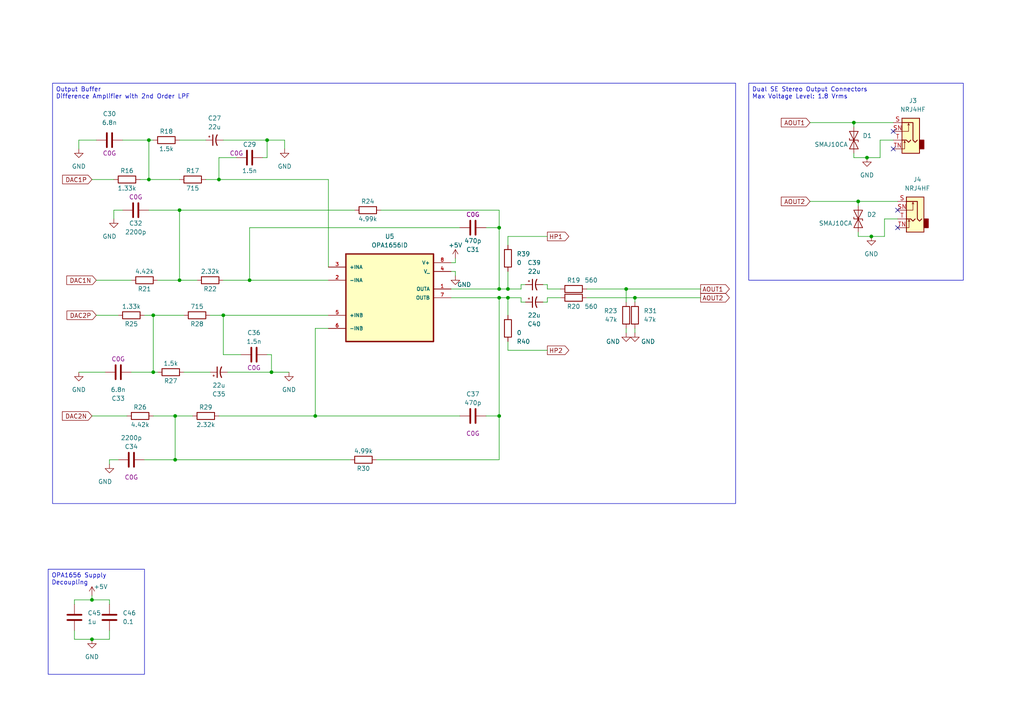
<source format=kicad_sch>
(kicad_sch (version 20230121) (generator eeschema)
  (paper "A4")
  (title_block (title "The Raspberry Jam") (date "2024-02-05") (rev "REV A0") (company "Engineer: Jed Scott"))
  (lib_symbols
    (symbol "Connector_Audio:NRJ4HF"
      (property "Reference" "J" (at 0 11.43 0))
      (property "Value" "NRJ4HF" (at 0 8.89 0))
      (symbol "NRJ4HF_0_1"
        (rectangle (start -2.54 0) (end -3.81 -2.54) (stroke (width 0.254)) (fill (type outline)))
        (rectangle (start 2.54 6.35) (end -2.54 -3.81) (stroke (width 0.254)) (fill (type background)))
      )
      (symbol "NRJ4HF_1_1"
        (polyline (pts (xy 0.635 4.826) (xy 0.889 4.318)))
        (polyline (pts (xy 1.778 -0.254) (xy 2.032 -0.762)))
        (polyline (pts (xy 0 0) (xy 0.635 -0.635) (xy 1.27 0) (xy 2.54 0)) (stroke (width 0.254)))
        (polyline (pts (xy 2.54 -2.54) (xy 1.778 -2.54) (xy 1.778 -0.254) (xy 1.524 -0.762)))
        (polyline (pts (xy 2.54 2.54) (xy 0.635 2.54) (xy 0.635 4.826) (xy 0.381 4.318)))
        (polyline (pts (xy 2.54 5.08) (xy -0.635 5.08) (xy -0.635 0) (xy -1.27 -0.635) (xy -1.905 0)) (stroke (width 0.254)))
        (pin passive line (at 5.08 5.08 180) (length 2.54) (name "~") (number "S"))
        (pin passive line (at 5.08 2.54 180) (length 2.54) (name "~") (number "SN"))
        (pin passive line (at 5.08 0 180) (length 2.54) (name "~") (number "T"))
        (pin passive line (at 5.08 -2.54 180) (length 2.54) (name "~") (number "TN"))
      )
    )
    (symbol "Device:C" (pin_numbers hide) (pin_names (offset 0.254))
      (property "Reference" "C" (at 0.635 2.54 0))
      (property "Value" "C" (at 0.635 -2.54 0))
      (symbol "C_0_1"
        (polyline (pts (xy -2.032 -0.762) (xy 2.032 -0.762)) (stroke (width 0.508)))
        (polyline (pts (xy -2.032 0.762) (xy 2.032 0.762)) (stroke (width 0.508)))
      )
      (symbol "C_1_1"
        (pin passive line (at 0 3.81 270) (length 2.794) (name "~") (number "1"))
        (pin passive line (at 0 -3.81 90) (length 2.794) (name "~") (number "2"))
      )
    )
    (symbol "Device:C_Polarized_Small_US" (pin_numbers hide) (pin_names (offset 0.254) hide)
      (property "Reference" "C" (at 0.254 1.778 0))
      (property "Value" "C_Polarized_Small_US" (at 0.254 -2.032 0))
      (symbol "C_Polarized_Small_US_0_1"
        (polyline (pts (xy -1.524 0.508) (xy 1.524 0.508)) (stroke (width 0.3048)))
        (polyline (pts (xy -1.27 1.524) (xy -0.762 1.524)))
        (polyline (pts (xy -1.016 1.27) (xy -1.016 1.778)))
        (arc (start 1.524 -0.762) (mid 0 -0.3734) (end -1.524 -0.762) (stroke (width 0.3048)))
      )
      (symbol "C_Polarized_Small_US_1_1"
        (pin passive line (at 0 2.54 270) (length 2.032) (name "~") (number "1"))
        (pin passive line (at 0 -2.54 90) (length 2.032) (name "~") (number "2"))
      )
    )
    (symbol "Device:R" (pin_numbers hide) (pin_names (offset 0))
      (property "Reference" "R" (at 2.032 0 90))
      (property "Value" "R" (at 0 0 90))
      (symbol "R_0_1"
        (rectangle (start -1.016 -2.54) (end 1.016 2.54) (stroke (width 0.254)))
      )
      (symbol "R_1_1"
        (pin passive line (at 0 3.81 270) (length 1.27) (name "~") (number "1"))
        (pin passive line (at 0 -3.81 90) (length 1.27) (name "~") (number "2"))
      )
    )
    (symbol "Diode:SMAJ10CA" (pin_numbers hide) (pin_names (offset 1.016) hide)
      (property "Reference" "D" (at 0 2.54 0))
      (property "Value" "SMAJ10CA" (at 0 -2.54 0))
      (symbol "SMAJ10CA_0_1"
        (polyline (pts (xy 1.27 0) (xy -1.27 0)))
        (polyline (pts (xy -2.54 -1.27) (xy 0 0) (xy -2.54 1.27) (xy -2.54 -1.27)) (stroke (width 0.2032)))
        (polyline (pts (xy 0.508 1.27) (xy 0 1.27) (xy 0 -1.27) (xy -0.508 -1.27)) (stroke (width 0.2032)))
        (polyline (pts (xy 2.54 1.27) (xy 2.54 -1.27) (xy 0 0) (xy 2.54 1.27)) (stroke (width 0.2032)))
      )
      (symbol "SMAJ10CA_1_1"
        (pin passive line (at -3.81 0 0) (length 2.54) (name "A1") (number "1"))
        (pin passive line (at 3.81 0 180) (length 2.54) (name "A2") (number "2"))
      )
    )
    (symbol "OPA1656ID:OPA1656ID" (pin_names (offset 1.016))
      (property "Reference" "U" (at -12.7 13.7 0))
      (property "Value" "OPA1656ID" (at -12.7 -16.7 0))
      (symbol "OPA1656ID_0_0"
        (rectangle (start -12.7 -12.7) (end 12.7 12.7) (stroke (width 0.41)) (fill (type background)))
        (pin output line (at 17.78 2.54 180) (length 5.08) (name "OUTA") (number "1"))
        (pin input line (at -17.78 5.08 0) (length 5.08) (name "-INA") (number "2"))
        (pin power_in line (at 17.78 7.62 180) (length 5.08) (name "V_") (number "4"))
        (pin input line (at -17.78 -8.89 0) (length 5.08) (name "-INB") (number "6"))
        (pin output line (at 17.78 0 180) (length 5.08) (name "OUTB") (number "7"))
        (pin power_in line (at 17.78 10.16 180) (length 5.08) (name "V+") (number "8"))
      )
      (symbol "OPA1656ID_1_0"
        (pin input line (at -17.78 8.89 0) (length 5.08) (name "+INA") (number "3"))
        (pin input line (at -17.78 -5.08 0) (length 5.08) (name "+INB") (number "5"))
      )
    )
    (symbol "power:+5V" (power) (pin_names (offset 0))
      (property "Value" "+5V" (at 0 3.556 0))
      (symbol "+5V_0_1"
        (polyline (pts (xy -0.762 1.27) (xy 0 2.54)))
        (polyline (pts (xy 0 0) (xy 0 2.54)))
        (polyline (pts (xy 0 2.54) (xy 0.762 1.27)))
      )
      (symbol "+5V_1_1"
        (pin power_in line (at 0 0 90) (length 0) hide (name "+5V") (number "1"))
      )
    )
    (symbol "power:GND" (power) (pin_names (offset 0))
      (property "Value" "GND" (at 0 -3.81 0))
      (symbol "GND_0_1"
        (polyline (pts (xy 0 0) (xy 0 -1.27) (xy 1.27 -1.27) (xy 0 -2.54) (xy -1.27 -1.27) (xy 0 -1.27)))
      )
      (symbol "GND_1_1"
        (pin power_in line (at 0 0 270) (length 0) hide (name "GND") (number "1"))
      )
    )
  )
  (junction (at 77.47 40.64))
  (junction (at 184.15 86.36))
  (junction (at 64.77 91.44))
  (junction (at 63.5 52.07))
  (junction (at 91.44 120.65))
  (junction (at 144.78 83.82))
  (junction (at 50.8 120.65))
  (junction (at 72.39 81.28))
  (junction (at 144.78 66.04))
  (junction (at 147.32 83.82))
  (junction (at 248.92 58.42))
  (junction (at 252.73 68.58))
  (junction (at 147.32 86.36))
  (junction (at 78.74 107.95))
  (junction (at 144.78 86.36))
  (junction (at 144.78 120.65))
  (junction (at 247.65 35.56))
  (junction (at 52.07 81.28))
  (junction (at 251.46 45.72))
  (junction (at 50.8 133.35))
  (junction (at 52.07 60.96))
  (junction (at 44.45 91.44))
  (junction (at 181.61 83.82))
  (junction (at 26.67 185.42))
  (junction (at 43.18 52.07))
  (junction (at 26.67 173.99))
  (junction (at 44.45 107.95))
  (junction (at 43.18 40.64))
  (no_connect (at 259.08 43.18))
  (no_connect (at 259.08 38.1))
  (no_connect (at 260.35 60.96))
  (no_connect (at 260.35 66.04))
  (wire (pts (xy 151.13 86.36) (xy 151.13 87.63)))
  (wire (pts (xy 31.75 133.35) (xy 34.29 133.35)))
  (wire (pts (xy 181.61 83.82) (xy 181.61 87.63)))
  (wire (pts (xy 144.78 133.35) (xy 109.22 133.35)))
  (wire (pts (xy 248.92 58.42) (xy 248.92 59.69)))
  (wire (pts (xy 184.15 86.36) (xy 184.15 87.63)))
  (wire (pts (xy 151.13 83.82) (xy 151.13 82.55)))
  (wire (pts (xy 247.65 35.56) (xy 247.65 36.83)))
  (wire (pts (xy 27.94 40.64) (xy 22.86 40.64)))
  (wire (pts (xy 91.44 120.65) (xy 133.35 120.65)))
  (wire (pts (xy 252.73 68.58) (xy 248.92 68.58)))
  (wire (pts (xy 50.8 120.65) (xy 55.88 120.65)))
  (wire (pts (xy 26.67 185.42) (xy 31.75 185.42)))
  (wire (pts (xy 147.32 78.74) (xy 147.32 83.82)))
  (wire (pts (xy 41.91 91.44) (xy 44.45 91.44)))
  (wire (pts (xy 31.75 173.99) (xy 31.75 175.26)))
  (wire (pts (xy 91.44 95.25) (xy 91.44 120.65)))
  (wire (pts (xy 64.77 102.87) (xy 64.77 91.44)))
  (wire (pts (xy 43.18 60.96) (xy 52.07 60.96)))
  (wire (pts (xy 82.55 40.64) (xy 82.55 43.18)))
  (wire (pts (xy 77.47 40.64) (xy 64.77 40.64)))
  (wire (pts (xy 251.46 45.72) (xy 247.65 45.72)))
  (wire (pts (xy 78.74 107.95) (xy 66.04 107.95)))
  (wire (pts (xy 63.5 45.72) (xy 68.58 45.72)))
  (wire (pts (xy 21.59 182.88) (xy 21.59 185.42)))
  (wire (pts (xy 234.95 58.42) (xy 248.92 58.42)))
  (wire (pts (xy 181.61 83.82) (xy 203.2 83.82)))
  (wire (pts (xy 158.75 87.63) (xy 158.75 86.36)))
  (wire (pts (xy 259.08 35.56) (xy 247.65 35.56)))
  (wire (pts (xy 77.47 40.64) (xy 82.55 40.64)))
  (wire (pts (xy 256.54 63.5) (xy 256.54 68.58)))
  (wire (pts (xy 35.56 40.64) (xy 43.18 40.64)))
  (wire (pts (xy 44.45 107.95) (xy 45.72 107.95)))
  (wire (pts (xy 33.02 60.96) (xy 35.56 60.96)))
  (wire (pts (xy 78.74 107.95) (xy 83.82 107.95)))
  (wire (pts (xy 144.78 60.96) (xy 110.49 60.96)))
  (wire (pts (xy 158.75 82.55) (xy 158.75 83.82)))
  (wire (pts (xy 256.54 68.58) (xy 252.73 68.58)))
  (wire (pts (xy 44.45 107.95) (xy 44.45 91.44)))
  (wire (pts (xy 260.35 63.5) (xy 256.54 63.5)))
  (wire (pts (xy 26.67 173.99) (xy 31.75 173.99)))
  (wire (pts (xy 43.18 52.07) (xy 52.07 52.07)))
  (wire (pts (xy 40.64 52.07) (xy 43.18 52.07)))
  (wire (pts (xy 21.59 173.99) (xy 26.67 173.99)))
  (wire (pts (xy 95.25 52.07) (xy 95.25 77.47)))
  (wire (pts (xy 144.78 60.96) (xy 144.78 66.04)))
  (wire (pts (xy 72.39 66.04) (xy 133.35 66.04)))
  (wire (pts (xy 50.8 133.35) (xy 50.8 120.65)))
  (wire (pts (xy 38.1 107.95) (xy 44.45 107.95)))
  (wire (pts (xy 21.59 173.99) (xy 21.59 175.26)))
  (wire (pts (xy 22.86 40.64) (xy 22.86 43.18)))
  (wire (pts (xy 151.13 87.63) (xy 152.4 87.63)))
  (wire (pts (xy 130.81 86.36) (xy 144.78 86.36)))
  (wire (pts (xy 91.44 95.25) (xy 95.25 95.25)))
  (wire (pts (xy 130.81 78.74) (xy 132.08 78.74)))
  (wire (pts (xy 144.78 120.65) (xy 144.78 133.35)))
  (wire (pts (xy 170.18 83.82) (xy 181.61 83.82)))
  (wire (pts (xy 78.74 102.87) (xy 77.47 102.87)))
  (wire (pts (xy 255.27 45.72) (xy 251.46 45.72)))
  (wire (pts (xy 43.18 40.64) (xy 43.18 52.07)))
  (wire (pts (xy 147.32 68.58) (xy 158.75 68.58)))
  (wire (pts (xy 248.92 68.58) (xy 248.92 67.31)))
  (wire (pts (xy 27.94 81.28) (xy 38.1 81.28)))
  (wire (pts (xy 234.95 35.56) (xy 247.65 35.56)))
  (wire (pts (xy 50.8 133.35) (xy 101.6 133.35)))
  (wire (pts (xy 144.78 86.36) (xy 144.78 120.65)))
  (wire (pts (xy 181.61 95.25) (xy 181.61 96.52)))
  (wire (pts (xy 45.72 81.28) (xy 52.07 81.28)))
  (wire (pts (xy 26.67 172.72) (xy 26.67 173.99)))
  (wire (pts (xy 144.78 66.04) (xy 144.78 83.82)))
  (wire (pts (xy 158.75 86.36) (xy 162.56 86.36)))
  (wire (pts (xy 157.48 82.55) (xy 158.75 82.55)))
  (wire (pts (xy 259.08 40.64) (xy 255.27 40.64)))
  (wire (pts (xy 33.02 60.96) (xy 33.02 63.5)))
  (wire (pts (xy 147.32 86.36) (xy 151.13 86.36)))
  (wire (pts (xy 147.32 101.6) (xy 158.75 101.6)))
  (wire (pts (xy 63.5 120.65) (xy 91.44 120.65)))
  (wire (pts (xy 184.15 95.25) (xy 184.15 96.52)))
  (wire (pts (xy 63.5 45.72) (xy 63.5 52.07)))
  (wire (pts (xy 52.07 60.96) (xy 102.87 60.96)))
  (wire (pts (xy 147.32 83.82) (xy 151.13 83.82)))
  (wire (pts (xy 72.39 66.04) (xy 72.39 81.28)))
  (wire (pts (xy 72.39 81.28) (xy 95.25 81.28)))
  (wire (pts (xy 31.75 185.42) (xy 31.75 182.88)))
  (wire (pts (xy 52.07 60.96) (xy 52.07 81.28)))
  (wire (pts (xy 59.69 52.07) (xy 63.5 52.07)))
  (wire (pts (xy 31.75 133.35) (xy 31.75 134.62)))
  (wire (pts (xy 140.97 66.04) (xy 144.78 66.04)))
  (wire (pts (xy 41.91 133.35) (xy 50.8 133.35)))
  (wire (pts (xy 255.27 40.64) (xy 255.27 45.72)))
  (wire (pts (xy 27.94 91.44) (xy 34.29 91.44)))
  (wire (pts (xy 78.74 107.95) (xy 78.74 102.87)))
  (wire (pts (xy 170.18 86.36) (xy 184.15 86.36)))
  (wire (pts (xy 144.78 83.82) (xy 147.32 83.82)))
  (wire (pts (xy 44.45 120.65) (xy 50.8 120.65)))
  (wire (pts (xy 60.96 91.44) (xy 64.77 91.44)))
  (wire (pts (xy 132.08 78.74) (xy 132.08 80.01)))
  (wire (pts (xy 26.67 52.07) (xy 33.02 52.07)))
  (wire (pts (xy 52.07 40.64) (xy 59.69 40.64)))
  (wire (pts (xy 64.77 102.87) (xy 69.85 102.87)))
  (wire (pts (xy 130.81 83.82) (xy 144.78 83.82)))
  (wire (pts (xy 151.13 82.55) (xy 152.4 82.55)))
  (wire (pts (xy 52.07 81.28) (xy 57.15 81.28)))
  (wire (pts (xy 184.15 86.36) (xy 203.2 86.36)))
  (wire (pts (xy 140.97 120.65) (xy 144.78 120.65)))
  (wire (pts (xy 77.47 45.72) (xy 76.2 45.72)))
  (wire (pts (xy 22.86 107.95) (xy 30.48 107.95)))
  (wire (pts (xy 77.47 40.64) (xy 77.47 45.72)))
  (wire (pts (xy 64.77 81.28) (xy 72.39 81.28)))
  (wire (pts (xy 158.75 83.82) (xy 162.56 83.82)))
  (wire (pts (xy 144.78 86.36) (xy 147.32 86.36)))
  (wire (pts (xy 43.18 40.64) (xy 44.45 40.64)))
  (wire (pts (xy 147.32 99.06) (xy 147.32 101.6)))
  (wire (pts (xy 64.77 91.44) (xy 95.25 91.44)))
  (wire (pts (xy 157.48 87.63) (xy 158.75 87.63)))
  (wire (pts (xy 44.45 91.44) (xy 53.34 91.44)))
  (wire (pts (xy 63.5 52.07) (xy 95.25 52.07)))
  (wire (pts (xy 26.67 120.65) (xy 36.83 120.65)))
  (wire (pts (xy 147.32 71.12) (xy 147.32 68.58)))
  (wire (pts (xy 260.35 58.42) (xy 248.92 58.42)))
  (wire (pts (xy 132.08 76.2) (xy 130.81 76.2)))
  (wire (pts (xy 53.34 107.95) (xy 60.96 107.95)))
  (wire (pts (xy 147.32 86.36) (xy 147.32 91.44)))
  (wire (pts (xy 247.65 45.72) (xy 247.65 44.45)))
  (wire (pts (xy 21.59 185.42) (xy 26.67 185.42)))
  (wire (pts (xy 132.08 74.93) (xy 132.08 76.2)))
  (text_box "Output Buffer \nDifference Amplifier with 2nd Order LPF\n" (at 15.24 24.13 0) (size 198.12 121.92) (effects (font (size 1.27 1.27)) (justify left top)))
  (text_box "OPA1656 Supply Decoupling\n" (at 13.97 165.1 0) (size 27.94 30.48) (effects (font (size 1.27 1.27)) (justify left top)))
  (text_box "Dual SE Stereo Output Connectors\nMax Voltage Level: 1.8 Vrms" (at 217.17 24.13 0) (size 62.23 57.15) (effects (font (size 1.27 1.27)) (justify left top)))
  (global_label "AOUT2" (shape input) (at 234.95 58.42 180) (property "Intersheetrefs" "${INTERSHEET_REFS}" (effects hide)))
  (global_label "AOUT2" (shape output) (at 203.2 86.36 0) (property "Intersheetrefs" "${INTERSHEET_REFS}" (effects hide)))
  (global_label "DAC2N" (shape input) (at 26.67 120.65 180) (property "Intersheetrefs" "${INTERSHEET_REFS}" (effects hide)))
  (global_label "HP2" (shape output) (at 158.75 101.6 0) (property "Intersheetrefs" "${INTERSHEET_REFS}" (effects hide)))
  (global_label "HP1" (shape output) (at 158.75 68.58 0) (property "Intersheetrefs" "${INTERSHEET_REFS}" (effects hide)))
  (global_label "DAC1P" (shape input) (at 26.67 52.07 180) (property "Intersheetrefs" "${INTERSHEET_REFS}" (effects hide)))
  (global_label "DAC1N" (shape input) (at 27.94 81.28 180) (property "Intersheetrefs" "${INTERSHEET_REFS}" (effects hide)))
  (global_label "DAC2P" (shape input) (at 27.94 91.44 180) (property "Intersheetrefs" "${INTERSHEET_REFS}" (effects hide)))
  (global_label "AOUT1" (shape output) (at 203.2 83.82 0) (property "Intersheetrefs" "${INTERSHEET_REFS}" (effects hide)))
  (global_label "AOUT1" (shape input) (at 234.95 35.56 180) (property "Intersheetrefs" "${INTERSHEET_REFS}" (effects hide)))
  (symbol (lib_id "Device:C") (at 137.16 120.65 90) (unit 1)
    (property "Reference" "C37" (at 137.16 114.3 90))
    (property "Value" "470p" (at 137.16 116.84 90))
    (property "Footprint" "Capacitor_SMD:C_0805_2012Metric_Pad1.18x1.45mm_HandSolder" (effects hide))
    (property "Type" "C0G" (at 137.16 125.73 90))
  )
  (symbol (lib_id "power:GND") (at 26.67 185.42 0) (unit 1)
    (property "Reference" "#PWR036" (effects hide))
    (property "Value" "GND" (at 26.67 190.5 0))
  )
  (symbol (lib_id "Device:C") (at 38.1 133.35 90) (unit 1)
    (property "Reference" "C34" (at 38.1 129.54 90))
    (property "Value" "2200p" (at 38.1 127 90))
    (property "Footprint" "Capacitor_SMD:C_0805_2012Metric_Pad1.18x1.45mm_HandSolder" (effects hide))
    (property "Type" "C0G" (at 38.1 138.43 90))
  )
  (symbol (lib_id "Device:R") (at 147.32 95.25 0) (unit 1)
    (property "Reference" "R40" (at 149.86 99.06 0) (effects (justify left)))
    (property "Value" "0" (at 149.86 96.52 0) (effects (justify left)))
    (property "Footprint" "Resistor_SMD:R_0805_2012Metric_Pad1.20x1.40mm_HandSolder" (effects hide))
  )
  (symbol (lib_id "Device:R") (at 55.88 52.07 270) (unit 1)
    (property "Reference" "R17" (at 55.88 49.53 90))
    (property "Value" "715" (at 55.88 54.61 90))
    (property "Footprint" "Resistor_SMD:R_0805_2012Metric_Pad1.20x1.40mm_HandSolder" (effects hide))
  )
  (symbol (lib_id "Diode:SMAJ10CA") (at 247.65 40.64 90) (unit 1)
    (property "Reference" "D1" (at 250.19 39.37 90) (effects (justify right)))
    (property "Value" "SMAJ10CA" (at 236.22 41.91 90) (effects (justify right)))
    (property "Footprint" "Diode_SMD:D_SMA" (effects hide))
    (property "Datasheet" "https://www.littelfuse.com/media?resourcetype=datasheets&itemid=75e32973-b177-4ee3-a0ff-cedaf1abdb93&filename=smaj-datasheet" (effects hide))
  )
  (symbol (lib_id "power:+5V") (at 132.08 74.93 0) (unit 1)
    (property "Reference" "#PWR060" (effects hide))
    (property "Value" "+5V" (at 132.08 71.12 0))
  )
  (symbol (lib_id "OPA1656ID:OPA1656ID") (at 113.03 86.36 0) (unit 1)
    (property "Reference" "U5" (at 113.03 68.58 0))
    (property "Value" "OPA1656ID" (at 113.03 71.12 0))
    (property "Footprint" "OPA1656ID:SOIC127P599X175-8N" (effects hide))
    (property "MF" "Texas Instruments" (effects hide))
    (property "Description" "\nSoundPlus™ ultra-low noise and distortion, Burr-Brown™ audio operational amplifier\n" (effects hide))
    (property "Package" "SOIC-8 Texas Instruments" (effects hide))
    (property "Price" "None" (effects hide))
    (property "SnapEDA_Link" "https://www.snapeda.com/parts/OPA1656ID/Texas+Instruments/view-part/?ref=snap" (effects hide))
    (property "MP" "OPA1656ID" (effects hide))
    (property "Purchase-URL" "https://www.snapeda.com/api/url_track_click_mouser/?unipart_id=4220797&manufacturer=Texas Instruments&part_name=OPA1656ID&search_term=None" (effects hide))
    (property "Availability" "In Stock" (effects hide))
    (property "Check_prices" "https://www.snapeda.com/parts/OPA1656ID/Texas+Instruments/view-part/?ref=eda" (effects hide))
  )
  (symbol (lib_id "Device:C") (at 34.29 107.95 90) (unit 1)
    (property "Reference" "C33" (at 34.29 115.57 90))
    (property "Value" "6.8n" (at 34.29 113.03 90))
    (property "Footprint" "Capacitor_SMD:C_0805_2012Metric_Pad1.18x1.45mm_HandSolder" (effects hide))
    (property "Type" "C0G" (at 34.29 104.14 90))
  )
  (symbol (lib_id "power:GND") (at 22.86 43.18 0) (unit 1)
    (property "Reference" "#PWR024" (effects hide))
    (property "Value" "GND" (at 22.86 48.26 0))
  )
  (symbol (lib_id "Device:C") (at 73.66 102.87 90) (unit 1)
    (property "Reference" "C36" (at 73.66 96.52 90))
    (property "Value" "1.5n" (at 73.66 99.06 90))
    (property "Footprint" "Capacitor_SMD:C_0805_2012Metric_Pad1.18x1.45mm_HandSolder" (effects hide))
    (property "Type" "C0G" (at 73.66 106.68 90))
  )
  (symbol (lib_id "power:GND") (at 31.75 134.62 0) (unit 1)
    (property "Reference" "#PWR028" (effects hide))
    (property "Value" "GND" (at 30.48 139.7 0))
  )
  (symbol (lib_id "Device:C_Polarized_Small_US") (at 63.5 107.95 90) (unit 1)
    (property "Reference" "C35" (at 63.5 114.3 90))
    (property "Value" "22u" (at 63.5 111.76 90))
    (property "Footprint" "Capacitor_SMD:CP_Elec_5x5.7" (effects hide))
  )
  (symbol (lib_id "Device:C") (at 31.75 179.07 180) (unit 1)
    (property "Reference" "C46" (at 35.56 177.8 0) (effects (justify right)))
    (property "Value" "0.1" (at 35.56 180.34 0) (effects (justify right)))
    (property "Footprint" "Capacitor_SMD:C_0805_2012Metric_Pad1.18x1.45mm_HandSolder" (effects hide))
  )
  (symbol (lib_id "Device:R") (at 57.15 91.44 270) (mirror x) (unit 1)
    (property "Reference" "R28" (at 57.15 93.98 90))
    (property "Value" "715" (at 57.15 88.9 90))
    (property "Footprint" "Resistor_SMD:R_0805_2012Metric_Pad1.20x1.40mm_HandSolder" (effects hide))
  )
  (symbol (lib_id "Device:C_Polarized_Small_US") (at 62.23 40.64 90) (mirror x) (unit 1)
    (property "Reference" "C27" (at 62.23 34.29 90))
    (property "Value" "22u" (at 62.23 36.83 90))
    (property "Footprint" "Capacitor_SMD:CP_Elec_5x5.7" (effects hide))
  )
  (symbol (lib_id "Device:R") (at 184.15 91.44 0) (unit 1)
    (property "Reference" "R31" (at 186.69 90.17 0) (effects (justify left)))
    (property "Value" "47k" (at 186.69 92.71 0) (effects (justify left)))
    (property "Footprint" "Resistor_SMD:R_0805_2012Metric_Pad1.20x1.40mm_HandSolder" (effects hide))
  )
  (symbol (lib_id "Device:C") (at 137.16 66.04 90) (mirror x) (unit 1)
    (property "Reference" "C31" (at 137.16 72.39 90))
    (property "Value" "470p" (at 137.16 69.85 90))
    (property "Footprint" "Capacitor_SMD:C_0805_2012Metric_Pad1.18x1.45mm_HandSolder" (effects hide))
    (property "Type" "C0G" (at 137.16 62.23 90))
  )
  (symbol (lib_id "Connector_Audio:NRJ4HF") (at 265.43 63.5 0) (mirror y) (unit 1)
    (property "Reference" "J4" (at 266.065 52.07 0))
    (property "Value" "NRJ4HF" (at 266.065 54.61 0))
    (property "Footprint" "Connector_Audio:Jack_6.35mm_Neutrik_NRJ4HF_Horizontal" (effects hide))
    (property "Datasheet" "https://www.neutrik.com/en/product/nrj4hf" (effects hide))
  )
  (symbol (lib_id "Device:R") (at 166.37 83.82 270) (unit 1)
    (property "Reference" "R19" (at 166.37 81.28 90))
    (property "Value" "560" (at 171.45 81.28 90))
    (property "Footprint" "Resistor_SMD:R_0805_2012Metric_Pad1.20x1.40mm_HandSolder" (effects hide))
  )
  (symbol (lib_id "Device:R") (at 36.83 52.07 270) (unit 1)
    (property "Reference" "R16" (at 36.83 49.53 90))
    (property "Value" "1.33k" (at 36.83 54.61 90))
    (property "Footprint" "Resistor_SMD:R_0805_2012Metric_Pad1.20x1.40mm_HandSolder" (effects hide))
  )
  (symbol (lib_id "Device:C") (at 31.75 40.64 90) (mirror x) (unit 1)
    (property "Reference" "C30" (at 31.75 33.02 90))
    (property "Value" "6.8n" (at 31.75 35.56 90))
    (property "Footprint" "Capacitor_SMD:C_0805_2012Metric_Pad1.18x1.45mm_HandSolder" (effects hide))
    (property "Type" "C0G" (at 31.75 44.45 90))
  )
  (symbol (lib_id "power:GND") (at 184.15 96.52 0) (unit 1)
    (property "Reference" "#PWR031" (effects hide))
    (property "Value" "GND" (at 187.96 99.06 0))
  )
  (symbol (lib_id "power:GND") (at 181.61 96.52 0) (mirror y) (unit 1)
    (property "Reference" "#PWR030" (effects hide))
    (property "Value" "GND" (at 177.8 99.06 0))
  )
  (symbol (lib_id "Device:R") (at 49.53 107.95 90) (unit 1)
    (property "Reference" "R27" (at 49.53 110.49 90))
    (property "Value" "1.5k" (at 49.53 105.41 90))
    (property "Footprint" "Resistor_SMD:R_0805_2012Metric_Pad1.20x1.40mm_HandSolder" (effects hide))
  )
  (symbol (lib_id "power:+5V") (at 26.67 172.72 0) (unit 1)
    (property "Reference" "#PWR061" (effects hide))
    (property "Value" "+5V" (at 29.21 170.18 0))
  )
  (symbol (lib_id "Device:R") (at 105.41 133.35 90) (unit 1)
    (property "Reference" "R30" (at 105.41 135.89 90))
    (property "Value" "4.99k" (at 105.41 130.81 90))
    (property "Footprint" "Resistor_SMD:R_0805_2012Metric_Pad1.20x1.40mm_HandSolder" (effects hide))
  )
  (symbol (lib_id "power:GND") (at 132.08 80.01 0) (mirror y) (unit 1)
    (property "Reference" "#PWR035" (effects hide))
    (property "Value" "GND" (at 134.62 82.55 0))
  )
  (symbol (lib_id "Diode:SMAJ10CA") (at 248.92 63.5 90) (unit 1)
    (property "Reference" "D2" (at 251.46 62.23 90) (effects (justify right)))
    (property "Value" "SMAJ10CA" (at 237.49 64.77 90) (effects (justify right)))
    (property "Footprint" "Diode_SMD:D_SMA" (effects hide))
    (property "Datasheet" "https://www.littelfuse.com/media?resourcetype=datasheets&itemid=75e32973-b177-4ee3-a0ff-cedaf1abdb93&filename=smaj-datasheet" (effects hide))
  )
  (symbol (lib_id "power:GND") (at 251.46 45.72 0) (mirror y) (unit 1)
    (property "Reference" "#PWR032" (effects hide))
    (property "Value" "GND" (at 251.46 50.8 0))
  )
  (symbol (lib_id "power:GND") (at 33.02 63.5 0) (unit 1)
    (property "Reference" "#PWR026" (effects hide))
    (property "Value" "GND" (at 31.75 68.58 0))
  )
  (symbol (lib_id "Device:R") (at 166.37 86.36 270) (mirror x) (unit 1)
    (property "Reference" "R20" (at 166.37 88.9 90))
    (property "Value" "560" (at 171.45 88.9 90))
    (property "Footprint" "Resistor_SMD:R_0805_2012Metric_Pad1.20x1.40mm_HandSolder" (effects hide))
  )
  (symbol (lib_id "Connector_Audio:NRJ4HF") (at 264.16 40.64 0) (mirror y) (unit 1)
    (property "Reference" "J3" (at 264.795 29.21 0))
    (property "Value" "NRJ4HF" (at 264.795 31.75 0))
    (property "Footprint" "Connector_Audio:Jack_6.35mm_Neutrik_NRJ4HF_Horizontal" (effects hide))
    (property "Datasheet" "https://www.neutrik.com/en/product/nrj4hf" (effects hide))
  )
  (symbol (lib_id "Device:C") (at 72.39 45.72 90) (mirror x) (unit 1)
    (property "Reference" "C29" (at 72.39 41.91 90))
    (property "Value" "1.5n" (at 72.39 49.53 90))
    (property "Footprint" "Capacitor_SMD:C_0805_2012Metric_Pad1.18x1.45mm_HandSolder" (effects hide))
    (property "Type" "C0G" (at 68.58 44.45 90))
  )
  (symbol (lib_id "Device:C_Polarized_Small_US") (at 154.94 82.55 90) (mirror x) (unit 1)
    (property "Reference" "C39" (at 154.94 76.2 90))
    (property "Value" "22u" (at 154.94 78.74 90))
    (property "Footprint" "Capacitor_SMD:CP_Elec_5x5.7" (effects hide))
  )
  (symbol (lib_id "Device:R") (at 147.32 74.93 0) (unit 1)
    (property "Reference" "R39" (at 149.86 73.66 0) (effects (justify left)))
    (property "Value" "0" (at 149.86 76.2 0) (effects (justify left)))
    (property "Footprint" "Resistor_SMD:R_0805_2012Metric_Pad1.20x1.40mm_HandSolder" (effects hide))
  )
  (symbol (lib_id "Device:R") (at 59.69 120.65 270) (unit 1)
    (property "Reference" "R29" (at 59.69 118.11 90))
    (property "Value" "2.32k" (at 59.69 123.19 90))
    (property "Footprint" "Resistor_SMD:R_0805_2012Metric_Pad1.20x1.40mm_HandSolder" (effects hide))
  )
  (symbol (lib_id "power:GND") (at 83.82 107.95 0) (unit 1)
    (property "Reference" "#PWR029" (effects hide))
    (property "Value" "GND" (at 83.82 113.03 0))
  )
  (symbol (lib_id "Device:C") (at 39.37 60.96 90) (mirror x) (unit 1)
    (property "Reference" "C32" (at 39.37 64.77 90))
    (property "Value" "2200p" (at 39.37 67.31 90))
    (property "Footprint" "Capacitor_SMD:C_0805_2012Metric_Pad1.18x1.45mm_HandSolder" (effects hide))
    (property "Type" "C0G" (at 39.37 57.15 90))
  )
  (symbol (lib_id "Device:R") (at 48.26 40.64 90) (mirror x) (unit 1)
    (property "Reference" "R18" (at 48.26 38.1 90))
    (property "Value" "1.5k" (at 48.26 43.18 90))
    (property "Footprint" "Resistor_SMD:R_0805_2012Metric_Pad1.20x1.40mm_HandSolder" (effects hide))
  )
  (symbol (lib_id "Device:C") (at 21.59 179.07 180) (unit 1)
    (property "Reference" "C45" (at 25.4 177.8 0) (effects (justify right)))
    (property "Value" "1u" (at 25.4 180.34 0) (effects (justify right)))
    (property "Footprint" "Capacitor_SMD:C_0805_2012Metric_Pad1.18x1.45mm_HandSolder" (effects hide))
  )
  (symbol (lib_id "power:GND") (at 252.73 68.58 0) (mirror y) (unit 1)
    (property "Reference" "#PWR033" (effects hide))
    (property "Value" "GND" (at 252.73 73.66 0))
  )
  (symbol (lib_id "Device:R") (at 38.1 91.44 270) (mirror x) (unit 1)
    (property "Reference" "R25" (at 38.1 93.98 90))
    (property "Value" "1.33k" (at 38.1 88.9 90))
    (property "Footprint" "Resistor_SMD:R_0805_2012Metric_Pad1.20x1.40mm_HandSolder" (effects hide))
  )
  (symbol (lib_id "Device:R") (at 40.64 120.65 270) (unit 1)
    (property "Reference" "R26" (at 40.64 118.11 90))
    (property "Value" "4.42k" (at 40.64 123.19 90))
    (property "Footprint" "Resistor_SMD:R_0805_2012Metric_Pad1.20x1.40mm_HandSolder" (effects hide))
  )
  (symbol (lib_id "Device:C_Polarized_Small_US") (at 154.94 87.63 90) (mirror x) (unit 1)
    (property "Reference" "C40" (at 154.94 93.98 90))
    (property "Value" "22u" (at 154.94 91.44 90))
    (property "Footprint" "Capacitor_SMD:CP_Elec_5x5.7" (effects hide))
  )
  (symbol (lib_id "Device:R") (at 181.61 91.44 0) (mirror y) (unit 1)
    (property "Reference" "R23" (at 179.07 90.17 0) (effects (justify left)))
    (property "Value" "47k" (at 179.07 92.71 0) (effects (justify left)))
    (property "Footprint" "Resistor_SMD:R_0805_2012Metric_Pad1.20x1.40mm_HandSolder" (effects hide))
  )
  (symbol (lib_id "power:GND") (at 82.55 43.18 0) (unit 1)
    (property "Reference" "#PWR025" (effects hide))
    (property "Value" "GND" (at 82.55 48.26 0))
  )
  (symbol (lib_id "power:GND") (at 22.86 107.95 0) (unit 1)
    (property "Reference" "#PWR027" (effects hide))
    (property "Value" "GND" (at 22.86 113.03 0))
  )
  (symbol (lib_id "Device:R") (at 60.96 81.28 270) (mirror x) (unit 1)
    (property "Reference" "R22" (at 60.96 83.82 90))
    (property "Value" "2.32k" (at 60.96 78.74 90))
    (property "Footprint" "Resistor_SMD:R_0805_2012Metric_Pad1.20x1.40mm_HandSolder" (effects hide))
  )
  (symbol (lib_id "Device:R") (at 41.91 81.28 270) (mirror x) (unit 1)
    (property "Reference" "R21" (at 41.91 83.82 90))
    (property "Value" "4.42k" (at 41.91 78.74 90))
    (property "Footprint" "Resistor_SMD:R_0805_2012Metric_Pad1.20x1.40mm_HandSolder" (effects hide))
  )
  (symbol (lib_id "Device:R") (at 106.68 60.96 90) (mirror x) (unit 1)
    (property "Reference" "R24" (at 106.68 58.42 90))
    (property "Value" "4.99k" (at 106.68 63.5 90))
    (property "Footprint" "Resistor_SMD:R_0805_2012Metric_Pad1.20x1.40mm_HandSolder" (effects hide))
  )
)
</source>
